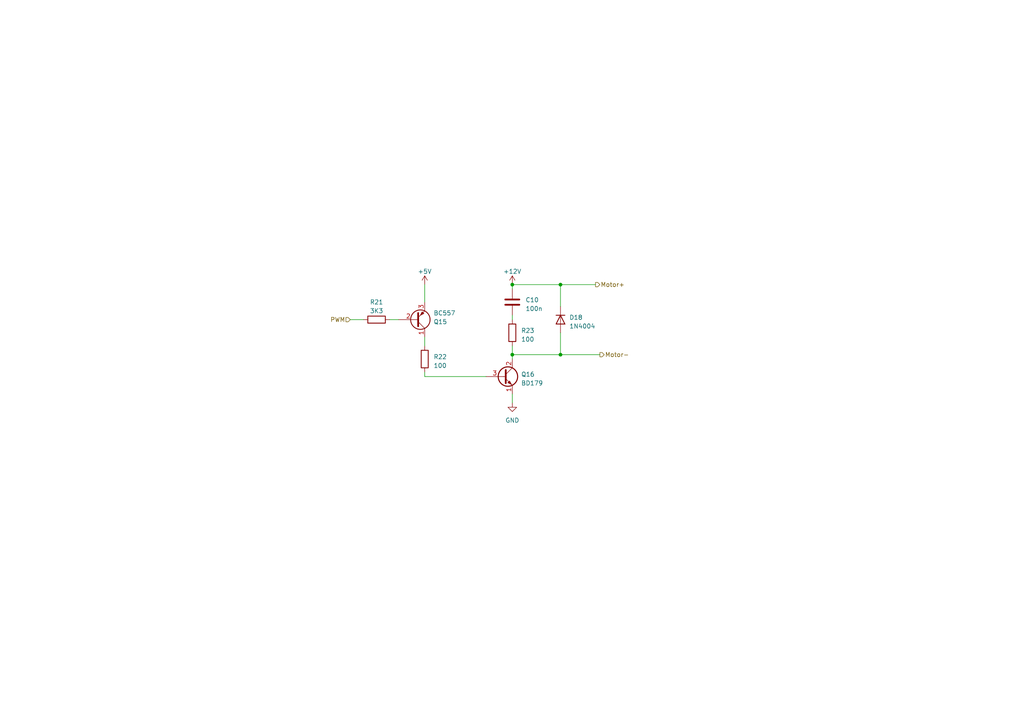
<source format=kicad_sch>
(kicad_sch (version 20230121) (generator eeschema)
  (paper "A4")
  (title_block (title "12V Voltage Amplifier") (date "2023-05-23") (rev "1"))
  (lib_symbols
    (symbol "Device:C" (pin_numbers hide) (pin_names (offset 0.254))
      (property "Reference" "C" (at 0.635 2.54 0))
      (property "Value" "C" (at 0.635 -2.54 0))
      (symbol "C_0_1"
        (polyline (pts (xy -2.032 -0.762) (xy 2.032 -0.762)) (stroke (width 0.508)))
        (polyline (pts (xy -2.032 0.762) (xy 2.032 0.762)) (stroke (width 0.508)))
      )
      (symbol "C_1_1"
        (pin passive line (at 0 3.81 270) (length 2.794) (name "~") (number "1"))
        (pin passive line (at 0 -3.81 90) (length 2.794) (name "~") (number "2"))
      )
    )
    (symbol "Device:R" (pin_numbers hide) (pin_names (offset 0))
      (property "Reference" "R" (at 2.032 0 90))
      (property "Value" "R" (at 0 0 90))
      (symbol "R_0_1"
        (rectangle (start -1.016 -2.54) (end 1.016 2.54) (stroke (width 0.254)))
      )
      (symbol "R_1_1"
        (pin passive line (at 0 3.81 270) (length 1.27) (name "~") (number "1"))
        (pin passive line (at 0 -3.81 90) (length 1.27) (name "~") (number "2"))
      )
    )
    (symbol "Diode:1N4004" (pin_numbers hide) (pin_names hide)
      (property "Reference" "D" (at 0 2.54 0))
      (property "Value" "1N4004" (at 0 -2.54 0))
      (symbol "1N4004_0_1"
        (polyline (pts (xy -1.27 1.27) (xy -1.27 -1.27)) (stroke (width 0.254)))
        (polyline (pts (xy 1.27 0) (xy -1.27 0)))
        (polyline (pts (xy 1.27 1.27) (xy 1.27 -1.27) (xy -1.27 0) (xy 1.27 1.27)) (stroke (width 0.254)))
      )
      (symbol "1N4004_1_1"
        (pin passive line (at -3.81 0 0) (length 2.54) (name "K") (number "1"))
        (pin passive line (at 3.81 0 180) (length 2.54) (name "A") (number "2"))
      )
    )
    (symbol "Transistor_BJT:BC557" (pin_names (offset 0) hide)
      (property "Reference" "Q" (at 5.08 1.905 0))
      (property "Value" "BC557" (at 5.08 0 0))
      (symbol "BC557_0_1"
        (polyline (pts (xy 0.635 0.635) (xy 2.54 2.54)))
        (polyline (pts (xy 0.635 -0.635) (xy 2.54 -2.54) (xy 2.54 -2.54)))
        (polyline (pts (xy 0.635 1.905) (xy 0.635 -1.905) (xy 0.635 -1.905)) (stroke (width 0.508)))
        (polyline (pts (xy 2.286 -1.778) (xy 1.778 -2.286) (xy 1.27 -1.27) (xy 2.286 -1.778) (xy 2.286 -1.778)) (fill (type outline)))
        (circle (center 1.27 0) (radius 2.8194) (stroke (width 0.254)))
      )
      (symbol "BC557_1_1"
        (pin passive line (at 2.54 5.08 270) (length 2.54) (name "C") (number "1"))
        (pin input line (at -5.08 0 0) (length 5.715) (name "B") (number "2"))
        (pin passive line (at 2.54 -5.08 90) (length 2.54) (name "E") (number "3"))
      )
    )
    (symbol "Transistor_BJT:BD139" (pin_names (offset 0) hide)
      (property "Reference" "Q" (at 5.08 1.905 0))
      (property "Value" "BD139" (at 5.08 0 0))
      (symbol "BD139_0_1"
        (polyline (pts (xy 0 0) (xy 0.635 0)))
        (polyline (pts (xy 2.54 -2.54) (xy 0.635 -0.635)))
        (polyline (pts (xy 2.54 2.54) (xy 0.635 0.635)))
        (polyline (pts (xy 0.635 1.905) (xy 0.635 -1.905) (xy 0.635 -1.905)) (stroke (width 0.508)) (fill (type outline)))
        (polyline (pts (xy 1.2446 -1.778) (xy 1.7526 -1.27) (xy 2.286 -2.286) (xy 1.2446 -1.778) (xy 1.2446 -1.778)) (fill (type outline)))
        (circle (center 1.27 0) (radius 2.8194) (stroke (width 0.3048)))
      )
      (symbol "BD139_1_1"
        (pin passive line (at 2.54 -5.08 90) (length 2.54) (name "E") (number "1"))
        (pin passive line (at 2.54 5.08 270) (length 2.54) (name "C") (number "2"))
        (pin input line (at -5.08 0 0) (length 5.08) (name "B") (number "3"))
      )
    )
    (symbol "power:+12V" (power) (pin_names (offset 0))
      (property "Value" "+12V" (at 0 3.556 0))
      (symbol "+12V_0_1"
        (polyline (pts (xy -0.762 1.27) (xy 0 2.54)))
        (polyline (pts (xy 0 0) (xy 0 2.54)))
        (polyline (pts (xy 0 2.54) (xy 0.762 1.27)))
      )
      (symbol "+12V_1_1"
        (pin power_in line (at 0 0 90) (length 0) hide (name "+12V") (number "1"))
      )
    )
    (symbol "power:+5V" (power) (pin_names (offset 0))
      (property "Value" "+5V" (at 0 3.556 0))
      (symbol "+5V_0_1"
        (polyline (pts (xy -0.762 1.27) (xy 0 2.54)))
        (polyline (pts (xy 0 0) (xy 0 2.54)))
        (polyline (pts (xy 0 2.54) (xy 0.762 1.27)))
      )
      (symbol "+5V_1_1"
        (pin power_in line (at 0 0 90) (length 0) hide (name "+5V") (number "1"))
      )
    )
    (symbol "power:GND" (power) (pin_names (offset 0))
      (property "Value" "GND" (at 0 -3.81 0))
      (symbol "GND_0_1"
        (polyline (pts (xy 0 0) (xy 0 -1.27) (xy 1.27 -1.27) (xy 0 -2.54) (xy -1.27 -1.27) (xy 0 -1.27)))
      )
      (symbol "GND_1_1"
        (pin power_in line (at 0 0 270) (length 0) hide (name "GND") (number "1"))
      )
    )
  )
  (junction (at 148.59 82.55))
  (junction (at 148.59 102.87))
  (junction (at 162.56 102.87))
  (junction (at 162.56 82.55))
  (wire (pts (xy 148.59 102.87) (xy 162.56 102.87)))
  (wire (pts (xy 162.56 82.55) (xy 162.56 88.9)))
  (wire (pts (xy 148.59 91.44) (xy 148.59 92.71)))
  (wire (pts (xy 148.59 100.33) (xy 148.59 102.87)))
  (wire (pts (xy 162.56 82.55) (xy 172.72 82.55)))
  (wire (pts (xy 123.19 109.22) (xy 140.97 109.22)))
  (wire (pts (xy 123.19 82.55) (xy 123.19 87.63)))
  (wire (pts (xy 148.59 82.55) (xy 162.56 82.55)))
  (wire (pts (xy 123.19 107.95) (xy 123.19 109.22)))
  (wire (pts (xy 148.59 102.87) (xy 148.59 104.14)))
  (wire (pts (xy 148.59 114.3) (xy 148.59 116.84)))
  (wire (pts (xy 101.6 92.71) (xy 105.41 92.71)))
  (wire (pts (xy 123.19 97.79) (xy 123.19 100.33)))
  (wire (pts (xy 162.56 96.52) (xy 162.56 102.87)))
  (wire (pts (xy 113.03 92.71) (xy 115.57 92.71)))
  (wire (pts (xy 162.56 102.87) (xy 173.99 102.87)))
  (wire (pts (xy 148.59 83.82) (xy 148.59 82.55)))
  (hierarchical_label "PWM" (shape input) (at 101.6 92.71 180))
  (hierarchical_label "Motor-" (shape output) (at 173.99 102.87 0))
  (hierarchical_label "Motor+" (shape output) (at 172.72 82.55 0))
  (symbol (lib_id "Transistor_BJT:BD139") (at 146.05 109.22 0) (unit 1)
    (property "Reference" "Q16" (at 151.13 108.585 0) (effects (justify left)))
    (property "Value" "BD179" (at 151.13 111.125 0) (effects (justify left)))
    (property "Footprint" "Package_TO_SOT_THT:TO-126-3_Vertical" (effects hide))
    (property "Datasheet" "http://www.st.com/internet/com/TECHNICAL_RESOURCES/TECHNICAL_LITERATURE/DATASHEET/CD00001225.pdf" (effects hide))
  )
  (symbol (lib_id "Device:R") (at 123.19 104.14 180) (unit 1)
    (property "Reference" "R22" (at 125.73 103.505 0) (effects (justify right)))
    (property "Value" "100" (at 125.73 106.045 0) (effects (justify right)))
    (property "Footprint" "Resistor_THT:R_Axial_DIN0207_L6.3mm_D2.5mm_P10.16mm_Horizontal" (effects hide))
  )
  (symbol (lib_id "Device:C") (at 148.59 87.63 0) (unit 1)
    (property "Reference" "C10" (at 152.4 86.995 0) (effects (justify left)))
    (property "Value" "100n" (at 152.4 89.535 0) (effects (justify left)))
    (property "Footprint" "Capacitor_THT:C_Rect_L9.0mm_W2.5mm_P7.50mm_MKT" (effects hide))
  )
  (symbol (lib_id "Diode:1N4004") (at 162.56 92.71 270) (unit 1)
    (property "Reference" "D18" (at 165.1 92.075 90) (effects (justify left)))
    (property "Value" "1N4004" (at 165.1 94.615 90) (effects (justify left)))
    (property "Footprint" "Diode_THT:D_DO-41_SOD81_P10.16mm_Horizontal" (effects hide))
    (property "Datasheet" "http://www.vishay.com/docs/88503/1n4001.pdf" (effects hide))
    (property "Sim.Device" "D" (effects hide))
    (property "Sim.Pins" "1=K 2=A" (effects hide))
  )
  (symbol (lib_id "Device:R") (at 109.22 92.71 90) (unit 1)
    (property "Reference" "R21" (at 109.22 87.63 90))
    (property "Value" "3K3" (at 109.22 90.17 90))
    (property "Footprint" "Resistor_THT:R_Axial_DIN0207_L6.3mm_D2.5mm_P10.16mm_Horizontal" (effects hide))
  )
  (symbol (lib_id "power:+12V") (at 148.59 82.55 0) (unit 1)
    (property "Reference" "#PWR05" (effects hide))
    (property "Value" "+12V" (at 148.59 78.74 0))
  )
  (symbol (lib_id "Transistor_BJT:BC557") (at 120.65 92.71 0) (mirror x) (unit 1)
    (property "Reference" "Q15" (at 125.73 93.345 0) (effects (justify left)))
    (property "Value" "BC557" (at 125.73 90.805 0) (effects (justify left)))
    (property "Footprint" "Package_TO_SOT_THT:TO-92_Inline" (effects hide))
    (property "Datasheet" "https://www.onsemi.com/pub/Collateral/BC556BTA-D.pdf" (effects hide))
  )
  (symbol (lib_id "Device:R") (at 148.59 96.52 180) (unit 1)
    (property "Reference" "R23" (at 151.13 95.885 0) (effects (justify right)))
    (property "Value" "100" (at 151.13 98.425 0) (effects (justify right)))
    (property "Footprint" "Resistor_THT:R_Axial_DIN0207_L6.3mm_D2.5mm_P10.16mm_Horizontal" (effects hide))
  )
  (symbol (lib_id "power:+5V") (at 123.19 82.55 0) (unit 1)
    (property "Reference" "#PWR03" (effects hide))
    (property "Value" "+5V" (at 123.19 78.74 0))
  )
  (symbol (lib_id "power:GND") (at 148.59 116.84 0) (unit 1)
    (property "Reference" "#PWR04" (effects hide))
    (property "Value" "GND" (at 148.59 121.92 0))
  )
)
</source>
